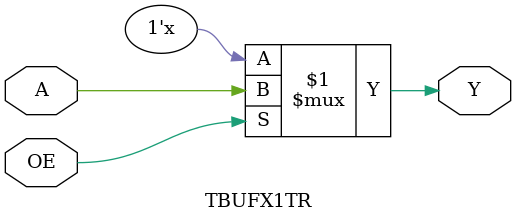
<source format=v>
`timescale 1ns/1ps
`celldefine
module TBUFX1TR (Y, A, OE);
output Y;
input A, OE;

  bufif1 I0(Y, A, OE);
  specify
    // delay parameters
    specparam
      tplh$A$Y = 1.0,
      tphl$A$Y = 1.0,
      tplh$OE$Y = 1.0,
      tphl$OE$Y = 1.0;

    // path delays
    (A *> Y) = (tplh$A$Y, tphl$A$Y);
    (OE *> Y) = (tplh$OE$Y, tphl$OE$Y);
  endspecify

endmodule // TBUFX1TR
`endcelldefine

</source>
